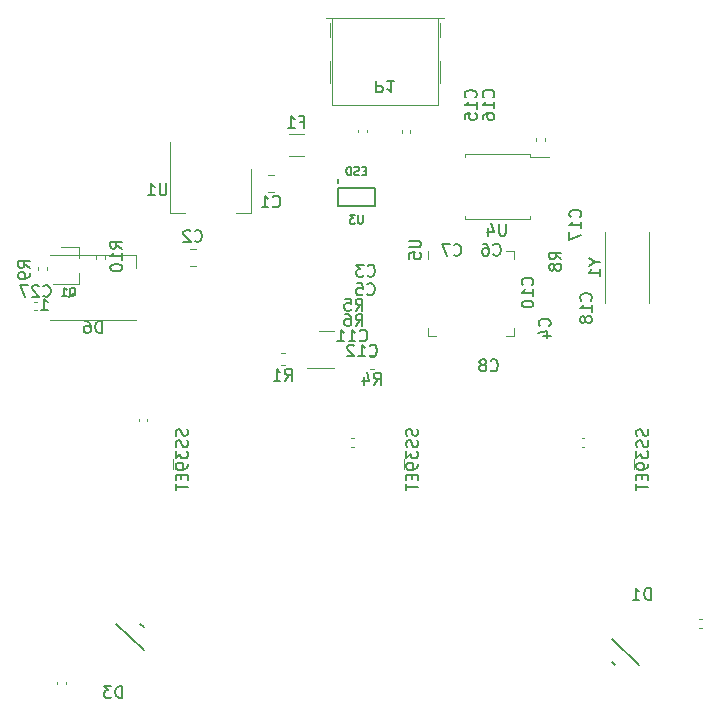
<source format=gbr>
G04 #@! TF.GenerationSoftware,KiCad,Pcbnew,(7.0.0-0)*
G04 #@! TF.CreationDate,2023-03-03T19:29:23-06:00*
G04 #@! TF.ProjectId,RP2040_minimal,52503230-3430-45f6-9d69-6e696d616c2e,REV1*
G04 #@! TF.SameCoordinates,Original*
G04 #@! TF.FileFunction,Legend,Bot*
G04 #@! TF.FilePolarity,Positive*
%FSLAX46Y46*%
G04 Gerber Fmt 4.6, Leading zero omitted, Abs format (unit mm)*
G04 Created by KiCad (PCBNEW (7.0.0-0)) date 2023-03-03 19:29:23*
%MOMM*%
%LPD*%
G01*
G04 APERTURE LIST*
%ADD10C,0.150000*%
%ADD11C,0.200000*%
%ADD12C,0.120000*%
%ADD13C,0.100000*%
G04 APERTURE END LIST*
D10*
X76008094Y-89297380D02*
X76008094Y-88297380D01*
X76008094Y-88297380D02*
X75769999Y-88297380D01*
X75769999Y-88297380D02*
X75627142Y-88345000D01*
X75627142Y-88345000D02*
X75531904Y-88440238D01*
X75531904Y-88440238D02*
X75484285Y-88535476D01*
X75484285Y-88535476D02*
X75436666Y-88725952D01*
X75436666Y-88725952D02*
X75436666Y-88868809D01*
X75436666Y-88868809D02*
X75484285Y-89059285D01*
X75484285Y-89059285D02*
X75531904Y-89154523D01*
X75531904Y-89154523D02*
X75627142Y-89249761D01*
X75627142Y-89249761D02*
X75769999Y-89297380D01*
X75769999Y-89297380D02*
X76008094Y-89297380D01*
X74579523Y-88297380D02*
X74769999Y-88297380D01*
X74769999Y-88297380D02*
X74865237Y-88345000D01*
X74865237Y-88345000D02*
X74912856Y-88392619D01*
X74912856Y-88392619D02*
X75008094Y-88535476D01*
X75008094Y-88535476D02*
X75055713Y-88725952D01*
X75055713Y-88725952D02*
X75055713Y-89106904D01*
X75055713Y-89106904D02*
X75008094Y-89202142D01*
X75008094Y-89202142D02*
X74960475Y-89249761D01*
X74960475Y-89249761D02*
X74865237Y-89297380D01*
X74865237Y-89297380D02*
X74674761Y-89297380D01*
X74674761Y-89297380D02*
X74579523Y-89249761D01*
X74579523Y-89249761D02*
X74531904Y-89202142D01*
X74531904Y-89202142D02*
X74484285Y-89106904D01*
X74484285Y-89106904D02*
X74484285Y-88868809D01*
X74484285Y-88868809D02*
X74531904Y-88773571D01*
X74531904Y-88773571D02*
X74579523Y-88725952D01*
X74579523Y-88725952D02*
X74674761Y-88678333D01*
X74674761Y-88678333D02*
X74865237Y-88678333D01*
X74865237Y-88678333D02*
X74960475Y-88725952D01*
X74960475Y-88725952D02*
X75008094Y-88773571D01*
X75008094Y-88773571D02*
X75055713Y-88868809D01*
X70834285Y-87397380D02*
X71405713Y-87397380D01*
X71119999Y-87397380D02*
X71119999Y-86397380D01*
X71119999Y-86397380D02*
X71215237Y-86540238D01*
X71215237Y-86540238D02*
X71310475Y-86635476D01*
X71310475Y-86635476D02*
X71405713Y-86683095D01*
X71042857Y-86152142D02*
X71090476Y-86199761D01*
X71090476Y-86199761D02*
X71233333Y-86247380D01*
X71233333Y-86247380D02*
X71328571Y-86247380D01*
X71328571Y-86247380D02*
X71471428Y-86199761D01*
X71471428Y-86199761D02*
X71566666Y-86104523D01*
X71566666Y-86104523D02*
X71614285Y-86009285D01*
X71614285Y-86009285D02*
X71661904Y-85818809D01*
X71661904Y-85818809D02*
X71661904Y-85675952D01*
X71661904Y-85675952D02*
X71614285Y-85485476D01*
X71614285Y-85485476D02*
X71566666Y-85390238D01*
X71566666Y-85390238D02*
X71471428Y-85295000D01*
X71471428Y-85295000D02*
X71328571Y-85247380D01*
X71328571Y-85247380D02*
X71233333Y-85247380D01*
X71233333Y-85247380D02*
X71090476Y-85295000D01*
X71090476Y-85295000D02*
X71042857Y-85342619D01*
X70661904Y-85342619D02*
X70614285Y-85295000D01*
X70614285Y-85295000D02*
X70519047Y-85247380D01*
X70519047Y-85247380D02*
X70280952Y-85247380D01*
X70280952Y-85247380D02*
X70185714Y-85295000D01*
X70185714Y-85295000D02*
X70138095Y-85342619D01*
X70138095Y-85342619D02*
X70090476Y-85437857D01*
X70090476Y-85437857D02*
X70090476Y-85533095D01*
X70090476Y-85533095D02*
X70138095Y-85675952D01*
X70138095Y-85675952D02*
X70709523Y-86247380D01*
X70709523Y-86247380D02*
X70090476Y-86247380D01*
X69757142Y-85247380D02*
X69090476Y-85247380D01*
X69090476Y-85247380D02*
X69519047Y-86247380D01*
X83866666Y-81512142D02*
X83914285Y-81559761D01*
X83914285Y-81559761D02*
X84057142Y-81607380D01*
X84057142Y-81607380D02*
X84152380Y-81607380D01*
X84152380Y-81607380D02*
X84295237Y-81559761D01*
X84295237Y-81559761D02*
X84390475Y-81464523D01*
X84390475Y-81464523D02*
X84438094Y-81369285D01*
X84438094Y-81369285D02*
X84485713Y-81178809D01*
X84485713Y-81178809D02*
X84485713Y-81035952D01*
X84485713Y-81035952D02*
X84438094Y-80845476D01*
X84438094Y-80845476D02*
X84390475Y-80750238D01*
X84390475Y-80750238D02*
X84295237Y-80655000D01*
X84295237Y-80655000D02*
X84152380Y-80607380D01*
X84152380Y-80607380D02*
X84057142Y-80607380D01*
X84057142Y-80607380D02*
X83914285Y-80655000D01*
X83914285Y-80655000D02*
X83866666Y-80702619D01*
X83485713Y-80702619D02*
X83438094Y-80655000D01*
X83438094Y-80655000D02*
X83342856Y-80607380D01*
X83342856Y-80607380D02*
X83104761Y-80607380D01*
X83104761Y-80607380D02*
X83009523Y-80655000D01*
X83009523Y-80655000D02*
X82961904Y-80702619D01*
X82961904Y-80702619D02*
X82914285Y-80797857D01*
X82914285Y-80797857D02*
X82914285Y-80893095D01*
X82914285Y-80893095D02*
X82961904Y-81035952D01*
X82961904Y-81035952D02*
X83533332Y-81607380D01*
X83533332Y-81607380D02*
X82914285Y-81607380D01*
X98670357Y-91196142D02*
X98717976Y-91243761D01*
X98717976Y-91243761D02*
X98860833Y-91291380D01*
X98860833Y-91291380D02*
X98956071Y-91291380D01*
X98956071Y-91291380D02*
X99098928Y-91243761D01*
X99098928Y-91243761D02*
X99194166Y-91148523D01*
X99194166Y-91148523D02*
X99241785Y-91053285D01*
X99241785Y-91053285D02*
X99289404Y-90862809D01*
X99289404Y-90862809D02*
X99289404Y-90719952D01*
X99289404Y-90719952D02*
X99241785Y-90529476D01*
X99241785Y-90529476D02*
X99194166Y-90434238D01*
X99194166Y-90434238D02*
X99098928Y-90339000D01*
X99098928Y-90339000D02*
X98956071Y-90291380D01*
X98956071Y-90291380D02*
X98860833Y-90291380D01*
X98860833Y-90291380D02*
X98717976Y-90339000D01*
X98717976Y-90339000D02*
X98670357Y-90386619D01*
X97717976Y-91291380D02*
X98289404Y-91291380D01*
X98003690Y-91291380D02*
X98003690Y-90291380D01*
X98003690Y-90291380D02*
X98098928Y-90434238D01*
X98098928Y-90434238D02*
X98194166Y-90529476D01*
X98194166Y-90529476D02*
X98289404Y-90577095D01*
X97337023Y-90386619D02*
X97289404Y-90339000D01*
X97289404Y-90339000D02*
X97194166Y-90291380D01*
X97194166Y-90291380D02*
X96956071Y-90291380D01*
X96956071Y-90291380D02*
X96860833Y-90339000D01*
X96860833Y-90339000D02*
X96813214Y-90386619D01*
X96813214Y-90386619D02*
X96765595Y-90481857D01*
X96765595Y-90481857D02*
X96765595Y-90577095D01*
X96765595Y-90577095D02*
X96813214Y-90719952D01*
X96813214Y-90719952D02*
X97384642Y-91291380D01*
X97384642Y-91291380D02*
X96765595Y-91291380D01*
X97850357Y-89932142D02*
X97897976Y-89979761D01*
X97897976Y-89979761D02*
X98040833Y-90027380D01*
X98040833Y-90027380D02*
X98136071Y-90027380D01*
X98136071Y-90027380D02*
X98278928Y-89979761D01*
X98278928Y-89979761D02*
X98374166Y-89884523D01*
X98374166Y-89884523D02*
X98421785Y-89789285D01*
X98421785Y-89789285D02*
X98469404Y-89598809D01*
X98469404Y-89598809D02*
X98469404Y-89455952D01*
X98469404Y-89455952D02*
X98421785Y-89265476D01*
X98421785Y-89265476D02*
X98374166Y-89170238D01*
X98374166Y-89170238D02*
X98278928Y-89075000D01*
X98278928Y-89075000D02*
X98136071Y-89027380D01*
X98136071Y-89027380D02*
X98040833Y-89027380D01*
X98040833Y-89027380D02*
X97897976Y-89075000D01*
X97897976Y-89075000D02*
X97850357Y-89122619D01*
X96897976Y-90027380D02*
X97469404Y-90027380D01*
X97183690Y-90027380D02*
X97183690Y-89027380D01*
X97183690Y-89027380D02*
X97278928Y-89170238D01*
X97278928Y-89170238D02*
X97374166Y-89265476D01*
X97374166Y-89265476D02*
X97469404Y-89313095D01*
X95945595Y-90027380D02*
X96517023Y-90027380D01*
X96231309Y-90027380D02*
X96231309Y-89027380D01*
X96231309Y-89027380D02*
X96326547Y-89170238D01*
X96326547Y-89170238D02*
X96421785Y-89265476D01*
X96421785Y-89265476D02*
X96517023Y-89313095D01*
X108929166Y-92459642D02*
X108976785Y-92507261D01*
X108976785Y-92507261D02*
X109119642Y-92554880D01*
X109119642Y-92554880D02*
X109214880Y-92554880D01*
X109214880Y-92554880D02*
X109357737Y-92507261D01*
X109357737Y-92507261D02*
X109452975Y-92412023D01*
X109452975Y-92412023D02*
X109500594Y-92316785D01*
X109500594Y-92316785D02*
X109548213Y-92126309D01*
X109548213Y-92126309D02*
X109548213Y-91983452D01*
X109548213Y-91983452D02*
X109500594Y-91792976D01*
X109500594Y-91792976D02*
X109452975Y-91697738D01*
X109452975Y-91697738D02*
X109357737Y-91602500D01*
X109357737Y-91602500D02*
X109214880Y-91554880D01*
X109214880Y-91554880D02*
X109119642Y-91554880D01*
X109119642Y-91554880D02*
X108976785Y-91602500D01*
X108976785Y-91602500D02*
X108929166Y-91650119D01*
X108357737Y-91983452D02*
X108452975Y-91935833D01*
X108452975Y-91935833D02*
X108500594Y-91888214D01*
X108500594Y-91888214D02*
X108548213Y-91792976D01*
X108548213Y-91792976D02*
X108548213Y-91745357D01*
X108548213Y-91745357D02*
X108500594Y-91650119D01*
X108500594Y-91650119D02*
X108452975Y-91602500D01*
X108452975Y-91602500D02*
X108357737Y-91554880D01*
X108357737Y-91554880D02*
X108167261Y-91554880D01*
X108167261Y-91554880D02*
X108072023Y-91602500D01*
X108072023Y-91602500D02*
X108024404Y-91650119D01*
X108024404Y-91650119D02*
X107976785Y-91745357D01*
X107976785Y-91745357D02*
X107976785Y-91792976D01*
X107976785Y-91792976D02*
X108024404Y-91888214D01*
X108024404Y-91888214D02*
X108072023Y-91935833D01*
X108072023Y-91935833D02*
X108167261Y-91983452D01*
X108167261Y-91983452D02*
X108357737Y-91983452D01*
X108357737Y-91983452D02*
X108452975Y-92031071D01*
X108452975Y-92031071D02*
X108500594Y-92078690D01*
X108500594Y-92078690D02*
X108548213Y-92173928D01*
X108548213Y-92173928D02*
X108548213Y-92364404D01*
X108548213Y-92364404D02*
X108500594Y-92459642D01*
X108500594Y-92459642D02*
X108452975Y-92507261D01*
X108452975Y-92507261D02*
X108357737Y-92554880D01*
X108357737Y-92554880D02*
X108167261Y-92554880D01*
X108167261Y-92554880D02*
X108072023Y-92507261D01*
X108072023Y-92507261D02*
X108024404Y-92459642D01*
X108024404Y-92459642D02*
X107976785Y-92364404D01*
X107976785Y-92364404D02*
X107976785Y-92173928D01*
X107976785Y-92173928D02*
X108024404Y-92078690D01*
X108024404Y-92078690D02*
X108072023Y-92031071D01*
X108072023Y-92031071D02*
X108167261Y-91983452D01*
X81471904Y-76647380D02*
X81471904Y-77456904D01*
X81471904Y-77456904D02*
X81424285Y-77552142D01*
X81424285Y-77552142D02*
X81376666Y-77599761D01*
X81376666Y-77599761D02*
X81281428Y-77647380D01*
X81281428Y-77647380D02*
X81090952Y-77647380D01*
X81090952Y-77647380D02*
X80995714Y-77599761D01*
X80995714Y-77599761D02*
X80948095Y-77552142D01*
X80948095Y-77552142D02*
X80900476Y-77456904D01*
X80900476Y-77456904D02*
X80900476Y-76647380D01*
X79900476Y-77647380D02*
X80471904Y-77647380D01*
X80186190Y-77647380D02*
X80186190Y-76647380D01*
X80186190Y-76647380D02*
X80281428Y-76790238D01*
X80281428Y-76790238D02*
X80376666Y-76885476D01*
X80376666Y-76885476D02*
X80471904Y-76933095D01*
X110214404Y-80059880D02*
X110214404Y-80869404D01*
X110214404Y-80869404D02*
X110166785Y-80964642D01*
X110166785Y-80964642D02*
X110119166Y-81012261D01*
X110119166Y-81012261D02*
X110023928Y-81059880D01*
X110023928Y-81059880D02*
X109833452Y-81059880D01*
X109833452Y-81059880D02*
X109738214Y-81012261D01*
X109738214Y-81012261D02*
X109690595Y-80964642D01*
X109690595Y-80964642D02*
X109642976Y-80869404D01*
X109642976Y-80869404D02*
X109642976Y-80059880D01*
X108738214Y-80393214D02*
X108738214Y-81059880D01*
X108976309Y-80012261D02*
X109214404Y-80726547D01*
X109214404Y-80726547D02*
X108595357Y-80726547D01*
X117411161Y-86565642D02*
X117458780Y-86518023D01*
X117458780Y-86518023D02*
X117506399Y-86375166D01*
X117506399Y-86375166D02*
X117506399Y-86279928D01*
X117506399Y-86279928D02*
X117458780Y-86137071D01*
X117458780Y-86137071D02*
X117363542Y-86041833D01*
X117363542Y-86041833D02*
X117268304Y-85994214D01*
X117268304Y-85994214D02*
X117077828Y-85946595D01*
X117077828Y-85946595D02*
X116934971Y-85946595D01*
X116934971Y-85946595D02*
X116744495Y-85994214D01*
X116744495Y-85994214D02*
X116649257Y-86041833D01*
X116649257Y-86041833D02*
X116554019Y-86137071D01*
X116554019Y-86137071D02*
X116506399Y-86279928D01*
X116506399Y-86279928D02*
X116506399Y-86375166D01*
X116506399Y-86375166D02*
X116554019Y-86518023D01*
X116554019Y-86518023D02*
X116601638Y-86565642D01*
X117506399Y-87518023D02*
X117506399Y-86946595D01*
X117506399Y-87232309D02*
X116506399Y-87232309D01*
X116506399Y-87232309D02*
X116649257Y-87137071D01*
X116649257Y-87137071D02*
X116744495Y-87041833D01*
X116744495Y-87041833D02*
X116792114Y-86946595D01*
X116934971Y-88089452D02*
X116887352Y-87994214D01*
X116887352Y-87994214D02*
X116839733Y-87946595D01*
X116839733Y-87946595D02*
X116744495Y-87898976D01*
X116744495Y-87898976D02*
X116696876Y-87898976D01*
X116696876Y-87898976D02*
X116601638Y-87946595D01*
X116601638Y-87946595D02*
X116554019Y-87994214D01*
X116554019Y-87994214D02*
X116506399Y-88089452D01*
X116506399Y-88089452D02*
X116506399Y-88279928D01*
X116506399Y-88279928D02*
X116554019Y-88375166D01*
X116554019Y-88375166D02*
X116601638Y-88422785D01*
X116601638Y-88422785D02*
X116696876Y-88470404D01*
X116696876Y-88470404D02*
X116744495Y-88470404D01*
X116744495Y-88470404D02*
X116839733Y-88422785D01*
X116839733Y-88422785D02*
X116887352Y-88375166D01*
X116887352Y-88375166D02*
X116934971Y-88279928D01*
X116934971Y-88279928D02*
X116934971Y-88089452D01*
X116934971Y-88089452D02*
X116982590Y-87994214D01*
X116982590Y-87994214D02*
X117030209Y-87946595D01*
X117030209Y-87946595D02*
X117125447Y-87898976D01*
X117125447Y-87898976D02*
X117315923Y-87898976D01*
X117315923Y-87898976D02*
X117411161Y-87946595D01*
X117411161Y-87946595D02*
X117458780Y-87994214D01*
X117458780Y-87994214D02*
X117506399Y-88089452D01*
X117506399Y-88089452D02*
X117506399Y-88279928D01*
X117506399Y-88279928D02*
X117458780Y-88375166D01*
X117458780Y-88375166D02*
X117411161Y-88422785D01*
X117411161Y-88422785D02*
X117315923Y-88470404D01*
X117315923Y-88470404D02*
X117125447Y-88470404D01*
X117125447Y-88470404D02*
X117030209Y-88422785D01*
X117030209Y-88422785D02*
X116982590Y-88375166D01*
X116982590Y-88375166D02*
X116934971Y-88279928D01*
X98489166Y-86009642D02*
X98536785Y-86057261D01*
X98536785Y-86057261D02*
X98679642Y-86104880D01*
X98679642Y-86104880D02*
X98774880Y-86104880D01*
X98774880Y-86104880D02*
X98917737Y-86057261D01*
X98917737Y-86057261D02*
X99012975Y-85962023D01*
X99012975Y-85962023D02*
X99060594Y-85866785D01*
X99060594Y-85866785D02*
X99108213Y-85676309D01*
X99108213Y-85676309D02*
X99108213Y-85533452D01*
X99108213Y-85533452D02*
X99060594Y-85342976D01*
X99060594Y-85342976D02*
X99012975Y-85247738D01*
X99012975Y-85247738D02*
X98917737Y-85152500D01*
X98917737Y-85152500D02*
X98774880Y-85104880D01*
X98774880Y-85104880D02*
X98679642Y-85104880D01*
X98679642Y-85104880D02*
X98536785Y-85152500D01*
X98536785Y-85152500D02*
X98489166Y-85200119D01*
X97584404Y-85104880D02*
X98060594Y-85104880D01*
X98060594Y-85104880D02*
X98108213Y-85581071D01*
X98108213Y-85581071D02*
X98060594Y-85533452D01*
X98060594Y-85533452D02*
X97965356Y-85485833D01*
X97965356Y-85485833D02*
X97727261Y-85485833D01*
X97727261Y-85485833D02*
X97632023Y-85533452D01*
X97632023Y-85533452D02*
X97584404Y-85581071D01*
X97584404Y-85581071D02*
X97536785Y-85676309D01*
X97536785Y-85676309D02*
X97536785Y-85914404D01*
X97536785Y-85914404D02*
X97584404Y-86009642D01*
X97584404Y-86009642D02*
X97632023Y-86057261D01*
X97632023Y-86057261D02*
X97727261Y-86104880D01*
X97727261Y-86104880D02*
X97965356Y-86104880D01*
X97965356Y-86104880D02*
X98060594Y-86057261D01*
X98060594Y-86057261D02*
X98108213Y-86009642D01*
X105806666Y-82692142D02*
X105854285Y-82739761D01*
X105854285Y-82739761D02*
X105997142Y-82787380D01*
X105997142Y-82787380D02*
X106092380Y-82787380D01*
X106092380Y-82787380D02*
X106235237Y-82739761D01*
X106235237Y-82739761D02*
X106330475Y-82644523D01*
X106330475Y-82644523D02*
X106378094Y-82549285D01*
X106378094Y-82549285D02*
X106425713Y-82358809D01*
X106425713Y-82358809D02*
X106425713Y-82215952D01*
X106425713Y-82215952D02*
X106378094Y-82025476D01*
X106378094Y-82025476D02*
X106330475Y-81930238D01*
X106330475Y-81930238D02*
X106235237Y-81835000D01*
X106235237Y-81835000D02*
X106092380Y-81787380D01*
X106092380Y-81787380D02*
X105997142Y-81787380D01*
X105997142Y-81787380D02*
X105854285Y-81835000D01*
X105854285Y-81835000D02*
X105806666Y-81882619D01*
X105473332Y-81787380D02*
X104806666Y-81787380D01*
X104806666Y-81787380D02*
X105235237Y-82787380D01*
X112444642Y-85240642D02*
X112492261Y-85193023D01*
X112492261Y-85193023D02*
X112539880Y-85050166D01*
X112539880Y-85050166D02*
X112539880Y-84954928D01*
X112539880Y-84954928D02*
X112492261Y-84812071D01*
X112492261Y-84812071D02*
X112397023Y-84716833D01*
X112397023Y-84716833D02*
X112301785Y-84669214D01*
X112301785Y-84669214D02*
X112111309Y-84621595D01*
X112111309Y-84621595D02*
X111968452Y-84621595D01*
X111968452Y-84621595D02*
X111777976Y-84669214D01*
X111777976Y-84669214D02*
X111682738Y-84716833D01*
X111682738Y-84716833D02*
X111587500Y-84812071D01*
X111587500Y-84812071D02*
X111539880Y-84954928D01*
X111539880Y-84954928D02*
X111539880Y-85050166D01*
X111539880Y-85050166D02*
X111587500Y-85193023D01*
X111587500Y-85193023D02*
X111635119Y-85240642D01*
X112539880Y-86193023D02*
X112539880Y-85621595D01*
X112539880Y-85907309D02*
X111539880Y-85907309D01*
X111539880Y-85907309D02*
X111682738Y-85812071D01*
X111682738Y-85812071D02*
X111777976Y-85716833D01*
X111777976Y-85716833D02*
X111825595Y-85621595D01*
X111539880Y-86812071D02*
X111539880Y-86907309D01*
X111539880Y-86907309D02*
X111587500Y-87002547D01*
X111587500Y-87002547D02*
X111635119Y-87050166D01*
X111635119Y-87050166D02*
X111730357Y-87097785D01*
X111730357Y-87097785D02*
X111920833Y-87145404D01*
X111920833Y-87145404D02*
X112158928Y-87145404D01*
X112158928Y-87145404D02*
X112349404Y-87097785D01*
X112349404Y-87097785D02*
X112444642Y-87050166D01*
X112444642Y-87050166D02*
X112492261Y-87002547D01*
X112492261Y-87002547D02*
X112539880Y-86907309D01*
X112539880Y-86907309D02*
X112539880Y-86812071D01*
X112539880Y-86812071D02*
X112492261Y-86716833D01*
X112492261Y-86716833D02*
X112444642Y-86669214D01*
X112444642Y-86669214D02*
X112349404Y-86621595D01*
X112349404Y-86621595D02*
X112158928Y-86573976D01*
X112158928Y-86573976D02*
X111920833Y-86573976D01*
X111920833Y-86573976D02*
X111730357Y-86621595D01*
X111730357Y-86621595D02*
X111635119Y-86669214D01*
X111635119Y-86669214D02*
X111587500Y-86716833D01*
X111587500Y-86716833D02*
X111539880Y-86812071D01*
X97488290Y-87412380D02*
X97821623Y-86936190D01*
X98059718Y-87412380D02*
X98059718Y-86412380D01*
X98059718Y-86412380D02*
X97678766Y-86412380D01*
X97678766Y-86412380D02*
X97583528Y-86460000D01*
X97583528Y-86460000D02*
X97535909Y-86507619D01*
X97535909Y-86507619D02*
X97488290Y-86602857D01*
X97488290Y-86602857D02*
X97488290Y-86745714D01*
X97488290Y-86745714D02*
X97535909Y-86840952D01*
X97535909Y-86840952D02*
X97583528Y-86888571D01*
X97583528Y-86888571D02*
X97678766Y-86936190D01*
X97678766Y-86936190D02*
X98059718Y-86936190D01*
X96583528Y-86412380D02*
X97059718Y-86412380D01*
X97059718Y-86412380D02*
X97107337Y-86888571D01*
X97107337Y-86888571D02*
X97059718Y-86840952D01*
X97059718Y-86840952D02*
X96964480Y-86793333D01*
X96964480Y-86793333D02*
X96726385Y-86793333D01*
X96726385Y-86793333D02*
X96631147Y-86840952D01*
X96631147Y-86840952D02*
X96583528Y-86888571D01*
X96583528Y-86888571D02*
X96535909Y-86983809D01*
X96535909Y-86983809D02*
X96535909Y-87221904D01*
X96535909Y-87221904D02*
X96583528Y-87317142D01*
X96583528Y-87317142D02*
X96631147Y-87364761D01*
X96631147Y-87364761D02*
X96726385Y-87412380D01*
X96726385Y-87412380D02*
X96964480Y-87412380D01*
X96964480Y-87412380D02*
X97059718Y-87364761D01*
X97059718Y-87364761D02*
X97107337Y-87317142D01*
X113904642Y-88723333D02*
X113952261Y-88675714D01*
X113952261Y-88675714D02*
X113999880Y-88532857D01*
X113999880Y-88532857D02*
X113999880Y-88437619D01*
X113999880Y-88437619D02*
X113952261Y-88294762D01*
X113952261Y-88294762D02*
X113857023Y-88199524D01*
X113857023Y-88199524D02*
X113761785Y-88151905D01*
X113761785Y-88151905D02*
X113571309Y-88104286D01*
X113571309Y-88104286D02*
X113428452Y-88104286D01*
X113428452Y-88104286D02*
X113237976Y-88151905D01*
X113237976Y-88151905D02*
X113142738Y-88199524D01*
X113142738Y-88199524D02*
X113047500Y-88294762D01*
X113047500Y-88294762D02*
X112999880Y-88437619D01*
X112999880Y-88437619D02*
X112999880Y-88532857D01*
X112999880Y-88532857D02*
X113047500Y-88675714D01*
X113047500Y-88675714D02*
X113095119Y-88723333D01*
X113333214Y-89580476D02*
X113999880Y-89580476D01*
X112952261Y-89342381D02*
X113666547Y-89104286D01*
X113666547Y-89104286D02*
X113666547Y-89723333D01*
X90486666Y-78592142D02*
X90534285Y-78639761D01*
X90534285Y-78639761D02*
X90677142Y-78687380D01*
X90677142Y-78687380D02*
X90772380Y-78687380D01*
X90772380Y-78687380D02*
X90915237Y-78639761D01*
X90915237Y-78639761D02*
X91010475Y-78544523D01*
X91010475Y-78544523D02*
X91058094Y-78449285D01*
X91058094Y-78449285D02*
X91105713Y-78258809D01*
X91105713Y-78258809D02*
X91105713Y-78115952D01*
X91105713Y-78115952D02*
X91058094Y-77925476D01*
X91058094Y-77925476D02*
X91010475Y-77830238D01*
X91010475Y-77830238D02*
X90915237Y-77735000D01*
X90915237Y-77735000D02*
X90772380Y-77687380D01*
X90772380Y-77687380D02*
X90677142Y-77687380D01*
X90677142Y-77687380D02*
X90534285Y-77735000D01*
X90534285Y-77735000D02*
X90486666Y-77782619D01*
X89534285Y-78687380D02*
X90105713Y-78687380D01*
X89819999Y-78687380D02*
X89819999Y-77687380D01*
X89819999Y-77687380D02*
X89915237Y-77830238D01*
X89915237Y-77830238D02*
X90010475Y-77925476D01*
X90010475Y-77925476D02*
X90105713Y-77973095D01*
X109156666Y-82662142D02*
X109204285Y-82709761D01*
X109204285Y-82709761D02*
X109347142Y-82757380D01*
X109347142Y-82757380D02*
X109442380Y-82757380D01*
X109442380Y-82757380D02*
X109585237Y-82709761D01*
X109585237Y-82709761D02*
X109680475Y-82614523D01*
X109680475Y-82614523D02*
X109728094Y-82519285D01*
X109728094Y-82519285D02*
X109775713Y-82328809D01*
X109775713Y-82328809D02*
X109775713Y-82185952D01*
X109775713Y-82185952D02*
X109728094Y-81995476D01*
X109728094Y-81995476D02*
X109680475Y-81900238D01*
X109680475Y-81900238D02*
X109585237Y-81805000D01*
X109585237Y-81805000D02*
X109442380Y-81757380D01*
X109442380Y-81757380D02*
X109347142Y-81757380D01*
X109347142Y-81757380D02*
X109204285Y-81805000D01*
X109204285Y-81805000D02*
X109156666Y-81852619D01*
X108299523Y-81757380D02*
X108489999Y-81757380D01*
X108489999Y-81757380D02*
X108585237Y-81805000D01*
X108585237Y-81805000D02*
X108632856Y-81852619D01*
X108632856Y-81852619D02*
X108728094Y-81995476D01*
X108728094Y-81995476D02*
X108775713Y-82185952D01*
X108775713Y-82185952D02*
X108775713Y-82566904D01*
X108775713Y-82566904D02*
X108728094Y-82662142D01*
X108728094Y-82662142D02*
X108680475Y-82709761D01*
X108680475Y-82709761D02*
X108585237Y-82757380D01*
X108585237Y-82757380D02*
X108394761Y-82757380D01*
X108394761Y-82757380D02*
X108299523Y-82709761D01*
X108299523Y-82709761D02*
X108251904Y-82662142D01*
X108251904Y-82662142D02*
X108204285Y-82566904D01*
X108204285Y-82566904D02*
X108204285Y-82328809D01*
X108204285Y-82328809D02*
X108251904Y-82233571D01*
X108251904Y-82233571D02*
X108299523Y-82185952D01*
X108299523Y-82185952D02*
X108394761Y-82138333D01*
X108394761Y-82138333D02*
X108585237Y-82138333D01*
X108585237Y-82138333D02*
X108680475Y-82185952D01*
X108680475Y-82185952D02*
X108728094Y-82233571D01*
X108728094Y-82233571D02*
X108775713Y-82328809D01*
X109152142Y-69352142D02*
X109199761Y-69304523D01*
X109199761Y-69304523D02*
X109247380Y-69161666D01*
X109247380Y-69161666D02*
X109247380Y-69066428D01*
X109247380Y-69066428D02*
X109199761Y-68923571D01*
X109199761Y-68923571D02*
X109104523Y-68828333D01*
X109104523Y-68828333D02*
X109009285Y-68780714D01*
X109009285Y-68780714D02*
X108818809Y-68733095D01*
X108818809Y-68733095D02*
X108675952Y-68733095D01*
X108675952Y-68733095D02*
X108485476Y-68780714D01*
X108485476Y-68780714D02*
X108390238Y-68828333D01*
X108390238Y-68828333D02*
X108295000Y-68923571D01*
X108295000Y-68923571D02*
X108247380Y-69066428D01*
X108247380Y-69066428D02*
X108247380Y-69161666D01*
X108247380Y-69161666D02*
X108295000Y-69304523D01*
X108295000Y-69304523D02*
X108342619Y-69352142D01*
X109247380Y-70304523D02*
X109247380Y-69733095D01*
X109247380Y-70018809D02*
X108247380Y-70018809D01*
X108247380Y-70018809D02*
X108390238Y-69923571D01*
X108390238Y-69923571D02*
X108485476Y-69828333D01*
X108485476Y-69828333D02*
X108533095Y-69733095D01*
X108247380Y-71161666D02*
X108247380Y-70971190D01*
X108247380Y-70971190D02*
X108295000Y-70875952D01*
X108295000Y-70875952D02*
X108342619Y-70828333D01*
X108342619Y-70828333D02*
X108485476Y-70733095D01*
X108485476Y-70733095D02*
X108675952Y-70685476D01*
X108675952Y-70685476D02*
X109056904Y-70685476D01*
X109056904Y-70685476D02*
X109152142Y-70733095D01*
X109152142Y-70733095D02*
X109199761Y-70780714D01*
X109199761Y-70780714D02*
X109247380Y-70875952D01*
X109247380Y-70875952D02*
X109247380Y-71066428D01*
X109247380Y-71066428D02*
X109199761Y-71161666D01*
X109199761Y-71161666D02*
X109152142Y-71209285D01*
X109152142Y-71209285D02*
X109056904Y-71256904D01*
X109056904Y-71256904D02*
X108818809Y-71256904D01*
X108818809Y-71256904D02*
X108723571Y-71209285D01*
X108723571Y-71209285D02*
X108675952Y-71161666D01*
X108675952Y-71161666D02*
X108628333Y-71066428D01*
X108628333Y-71066428D02*
X108628333Y-70875952D01*
X108628333Y-70875952D02*
X108675952Y-70780714D01*
X108675952Y-70780714D02*
X108723571Y-70733095D01*
X108723571Y-70733095D02*
X108818809Y-70685476D01*
X102014880Y-81495595D02*
X102824404Y-81495595D01*
X102824404Y-81495595D02*
X102919642Y-81543214D01*
X102919642Y-81543214D02*
X102967261Y-81590833D01*
X102967261Y-81590833D02*
X103014880Y-81686071D01*
X103014880Y-81686071D02*
X103014880Y-81876547D01*
X103014880Y-81876547D02*
X102967261Y-81971785D01*
X102967261Y-81971785D02*
X102919642Y-82019404D01*
X102919642Y-82019404D02*
X102824404Y-82067023D01*
X102824404Y-82067023D02*
X102014880Y-82067023D01*
X102014880Y-83019404D02*
X102014880Y-82543214D01*
X102014880Y-82543214D02*
X102491071Y-82495595D01*
X102491071Y-82495595D02*
X102443452Y-82543214D01*
X102443452Y-82543214D02*
X102395833Y-82638452D01*
X102395833Y-82638452D02*
X102395833Y-82876547D01*
X102395833Y-82876547D02*
X102443452Y-82971785D01*
X102443452Y-82971785D02*
X102491071Y-83019404D01*
X102491071Y-83019404D02*
X102586309Y-83067023D01*
X102586309Y-83067023D02*
X102824404Y-83067023D01*
X102824404Y-83067023D02*
X102919642Y-83019404D01*
X102919642Y-83019404D02*
X102967261Y-82971785D01*
X102967261Y-82971785D02*
X103014880Y-82876547D01*
X103014880Y-82876547D02*
X103014880Y-82638452D01*
X103014880Y-82638452D02*
X102967261Y-82543214D01*
X102967261Y-82543214D02*
X102919642Y-82495595D01*
X116497161Y-79495642D02*
X116544780Y-79448023D01*
X116544780Y-79448023D02*
X116592399Y-79305166D01*
X116592399Y-79305166D02*
X116592399Y-79209928D01*
X116592399Y-79209928D02*
X116544780Y-79067071D01*
X116544780Y-79067071D02*
X116449542Y-78971833D01*
X116449542Y-78971833D02*
X116354304Y-78924214D01*
X116354304Y-78924214D02*
X116163828Y-78876595D01*
X116163828Y-78876595D02*
X116020971Y-78876595D01*
X116020971Y-78876595D02*
X115830495Y-78924214D01*
X115830495Y-78924214D02*
X115735257Y-78971833D01*
X115735257Y-78971833D02*
X115640019Y-79067071D01*
X115640019Y-79067071D02*
X115592399Y-79209928D01*
X115592399Y-79209928D02*
X115592399Y-79305166D01*
X115592399Y-79305166D02*
X115640019Y-79448023D01*
X115640019Y-79448023D02*
X115687638Y-79495642D01*
X116592399Y-80448023D02*
X116592399Y-79876595D01*
X116592399Y-80162309D02*
X115592399Y-80162309D01*
X115592399Y-80162309D02*
X115735257Y-80067071D01*
X115735257Y-80067071D02*
X115830495Y-79971833D01*
X115830495Y-79971833D02*
X115878114Y-79876595D01*
X115592399Y-80781357D02*
X115592399Y-81448023D01*
X115592399Y-81448023D02*
X116592399Y-81019452D01*
X97488290Y-88712380D02*
X97821623Y-88236190D01*
X98059718Y-88712380D02*
X98059718Y-87712380D01*
X98059718Y-87712380D02*
X97678766Y-87712380D01*
X97678766Y-87712380D02*
X97583528Y-87760000D01*
X97583528Y-87760000D02*
X97535909Y-87807619D01*
X97535909Y-87807619D02*
X97488290Y-87902857D01*
X97488290Y-87902857D02*
X97488290Y-88045714D01*
X97488290Y-88045714D02*
X97535909Y-88140952D01*
X97535909Y-88140952D02*
X97583528Y-88188571D01*
X97583528Y-88188571D02*
X97678766Y-88236190D01*
X97678766Y-88236190D02*
X98059718Y-88236190D01*
X96631147Y-87712380D02*
X96821623Y-87712380D01*
X96821623Y-87712380D02*
X96916861Y-87760000D01*
X96916861Y-87760000D02*
X96964480Y-87807619D01*
X96964480Y-87807619D02*
X97059718Y-87950476D01*
X97059718Y-87950476D02*
X97107337Y-88140952D01*
X97107337Y-88140952D02*
X97107337Y-88521904D01*
X97107337Y-88521904D02*
X97059718Y-88617142D01*
X97059718Y-88617142D02*
X97012099Y-88664761D01*
X97012099Y-88664761D02*
X96916861Y-88712380D01*
X96916861Y-88712380D02*
X96726385Y-88712380D01*
X96726385Y-88712380D02*
X96631147Y-88664761D01*
X96631147Y-88664761D02*
X96583528Y-88617142D01*
X96583528Y-88617142D02*
X96535909Y-88521904D01*
X96535909Y-88521904D02*
X96535909Y-88283809D01*
X96535909Y-88283809D02*
X96583528Y-88188571D01*
X96583528Y-88188571D02*
X96631147Y-88140952D01*
X96631147Y-88140952D02*
X96726385Y-88093333D01*
X96726385Y-88093333D02*
X96916861Y-88093333D01*
X96916861Y-88093333D02*
X97012099Y-88140952D01*
X97012099Y-88140952D02*
X97059718Y-88188571D01*
X97059718Y-88188571D02*
X97107337Y-88283809D01*
X98499166Y-84439642D02*
X98546785Y-84487261D01*
X98546785Y-84487261D02*
X98689642Y-84534880D01*
X98689642Y-84534880D02*
X98784880Y-84534880D01*
X98784880Y-84534880D02*
X98927737Y-84487261D01*
X98927737Y-84487261D02*
X99022975Y-84392023D01*
X99022975Y-84392023D02*
X99070594Y-84296785D01*
X99070594Y-84296785D02*
X99118213Y-84106309D01*
X99118213Y-84106309D02*
X99118213Y-83963452D01*
X99118213Y-83963452D02*
X99070594Y-83772976D01*
X99070594Y-83772976D02*
X99022975Y-83677738D01*
X99022975Y-83677738D02*
X98927737Y-83582500D01*
X98927737Y-83582500D02*
X98784880Y-83534880D01*
X98784880Y-83534880D02*
X98689642Y-83534880D01*
X98689642Y-83534880D02*
X98546785Y-83582500D01*
X98546785Y-83582500D02*
X98499166Y-83630119D01*
X98165832Y-83534880D02*
X97546785Y-83534880D01*
X97546785Y-83534880D02*
X97880118Y-83915833D01*
X97880118Y-83915833D02*
X97737261Y-83915833D01*
X97737261Y-83915833D02*
X97642023Y-83963452D01*
X97642023Y-83963452D02*
X97594404Y-84011071D01*
X97594404Y-84011071D02*
X97546785Y-84106309D01*
X97546785Y-84106309D02*
X97546785Y-84344404D01*
X97546785Y-84344404D02*
X97594404Y-84439642D01*
X97594404Y-84439642D02*
X97642023Y-84487261D01*
X97642023Y-84487261D02*
X97737261Y-84534880D01*
X97737261Y-84534880D02*
X98022975Y-84534880D01*
X98022975Y-84534880D02*
X98118213Y-84487261D01*
X98118213Y-84487261D02*
X98165832Y-84439642D01*
X107632142Y-69372142D02*
X107679761Y-69324523D01*
X107679761Y-69324523D02*
X107727380Y-69181666D01*
X107727380Y-69181666D02*
X107727380Y-69086428D01*
X107727380Y-69086428D02*
X107679761Y-68943571D01*
X107679761Y-68943571D02*
X107584523Y-68848333D01*
X107584523Y-68848333D02*
X107489285Y-68800714D01*
X107489285Y-68800714D02*
X107298809Y-68753095D01*
X107298809Y-68753095D02*
X107155952Y-68753095D01*
X107155952Y-68753095D02*
X106965476Y-68800714D01*
X106965476Y-68800714D02*
X106870238Y-68848333D01*
X106870238Y-68848333D02*
X106775000Y-68943571D01*
X106775000Y-68943571D02*
X106727380Y-69086428D01*
X106727380Y-69086428D02*
X106727380Y-69181666D01*
X106727380Y-69181666D02*
X106775000Y-69324523D01*
X106775000Y-69324523D02*
X106822619Y-69372142D01*
X107727380Y-70324523D02*
X107727380Y-69753095D01*
X107727380Y-70038809D02*
X106727380Y-70038809D01*
X106727380Y-70038809D02*
X106870238Y-69943571D01*
X106870238Y-69943571D02*
X106965476Y-69848333D01*
X106965476Y-69848333D02*
X107013095Y-69753095D01*
X106727380Y-71229285D02*
X106727380Y-70753095D01*
X106727380Y-70753095D02*
X107203571Y-70705476D01*
X107203571Y-70705476D02*
X107155952Y-70753095D01*
X107155952Y-70753095D02*
X107108333Y-70848333D01*
X107108333Y-70848333D02*
X107108333Y-71086428D01*
X107108333Y-71086428D02*
X107155952Y-71181666D01*
X107155952Y-71181666D02*
X107203571Y-71229285D01*
X107203571Y-71229285D02*
X107298809Y-71276904D01*
X107298809Y-71276904D02*
X107536904Y-71276904D01*
X107536904Y-71276904D02*
X107632142Y-71229285D01*
X107632142Y-71229285D02*
X107679761Y-71181666D01*
X107679761Y-71181666D02*
X107727380Y-71086428D01*
X107727380Y-71086428D02*
X107727380Y-70848333D01*
X107727380Y-70848333D02*
X107679761Y-70753095D01*
X107679761Y-70753095D02*
X107632142Y-70705476D01*
X114892399Y-83071833D02*
X114416209Y-82738500D01*
X114892399Y-82500405D02*
X113892399Y-82500405D01*
X113892399Y-82500405D02*
X113892399Y-82881357D01*
X113892399Y-82881357D02*
X113940019Y-82976595D01*
X113940019Y-82976595D02*
X113987638Y-83024214D01*
X113987638Y-83024214D02*
X114082876Y-83071833D01*
X114082876Y-83071833D02*
X114225733Y-83071833D01*
X114225733Y-83071833D02*
X114320971Y-83024214D01*
X114320971Y-83024214D02*
X114368590Y-82976595D01*
X114368590Y-82976595D02*
X114416209Y-82881357D01*
X114416209Y-82881357D02*
X114416209Y-82500405D01*
X114320971Y-83643262D02*
X114273352Y-83548024D01*
X114273352Y-83548024D02*
X114225733Y-83500405D01*
X114225733Y-83500405D02*
X114130495Y-83452786D01*
X114130495Y-83452786D02*
X114082876Y-83452786D01*
X114082876Y-83452786D02*
X113987638Y-83500405D01*
X113987638Y-83500405D02*
X113940019Y-83548024D01*
X113940019Y-83548024D02*
X113892399Y-83643262D01*
X113892399Y-83643262D02*
X113892399Y-83833738D01*
X113892399Y-83833738D02*
X113940019Y-83928976D01*
X113940019Y-83928976D02*
X113987638Y-83976595D01*
X113987638Y-83976595D02*
X114082876Y-84024214D01*
X114082876Y-84024214D02*
X114130495Y-84024214D01*
X114130495Y-84024214D02*
X114225733Y-83976595D01*
X114225733Y-83976595D02*
X114273352Y-83928976D01*
X114273352Y-83928976D02*
X114320971Y-83833738D01*
X114320971Y-83833738D02*
X114320971Y-83643262D01*
X114320971Y-83643262D02*
X114368590Y-83548024D01*
X114368590Y-83548024D02*
X114416209Y-83500405D01*
X114416209Y-83500405D02*
X114511447Y-83452786D01*
X114511447Y-83452786D02*
X114701923Y-83452786D01*
X114701923Y-83452786D02*
X114797161Y-83500405D01*
X114797161Y-83500405D02*
X114844780Y-83548024D01*
X114844780Y-83548024D02*
X114892399Y-83643262D01*
X114892399Y-83643262D02*
X114892399Y-83833738D01*
X114892399Y-83833738D02*
X114844780Y-83928976D01*
X114844780Y-83928976D02*
X114797161Y-83976595D01*
X114797161Y-83976595D02*
X114701923Y-84024214D01*
X114701923Y-84024214D02*
X114511447Y-84024214D01*
X114511447Y-84024214D02*
X114416209Y-83976595D01*
X114416209Y-83976595D02*
X114368590Y-83928976D01*
X114368590Y-83928976D02*
X114320971Y-83833738D01*
X117732209Y-83303309D02*
X118208399Y-83303309D01*
X117208399Y-82969976D02*
X117732209Y-83303309D01*
X117732209Y-83303309D02*
X117208399Y-83636642D01*
X118208399Y-84493785D02*
X118208399Y-83922357D01*
X118208399Y-84208071D02*
X117208399Y-84208071D01*
X117208399Y-84208071D02*
X117351257Y-84112833D01*
X117351257Y-84112833D02*
X117446495Y-84017595D01*
X117446495Y-84017595D02*
X117494114Y-83922357D01*
D11*
X122473414Y-111897380D02*
X122473414Y-110897380D01*
X122473414Y-110897380D02*
X122235319Y-110897380D01*
X122235319Y-110897380D02*
X122092462Y-110945000D01*
X122092462Y-110945000D02*
X121997224Y-111040238D01*
X121997224Y-111040238D02*
X121949605Y-111135476D01*
X121949605Y-111135476D02*
X121901986Y-111325952D01*
X121901986Y-111325952D02*
X121901986Y-111468809D01*
X121901986Y-111468809D02*
X121949605Y-111659285D01*
X121949605Y-111659285D02*
X121997224Y-111754523D01*
X121997224Y-111754523D02*
X122092462Y-111849761D01*
X122092462Y-111849761D02*
X122235319Y-111897380D01*
X122235319Y-111897380D02*
X122473414Y-111897380D01*
X120949605Y-111897380D02*
X121521033Y-111897380D01*
X121235319Y-111897380D02*
X121235319Y-110897380D01*
X121235319Y-110897380D02*
X121330557Y-111040238D01*
X121330557Y-111040238D02*
X121425795Y-111135476D01*
X121425795Y-111135476D02*
X121521033Y-111183095D01*
D10*
X99034166Y-93678380D02*
X99367499Y-93202190D01*
X99605594Y-93678380D02*
X99605594Y-92678380D01*
X99605594Y-92678380D02*
X99224642Y-92678380D01*
X99224642Y-92678380D02*
X99129404Y-92726000D01*
X99129404Y-92726000D02*
X99081785Y-92773619D01*
X99081785Y-92773619D02*
X99034166Y-92868857D01*
X99034166Y-92868857D02*
X99034166Y-93011714D01*
X99034166Y-93011714D02*
X99081785Y-93106952D01*
X99081785Y-93106952D02*
X99129404Y-93154571D01*
X99129404Y-93154571D02*
X99224642Y-93202190D01*
X99224642Y-93202190D02*
X99605594Y-93202190D01*
X98177023Y-93011714D02*
X98177023Y-93678380D01*
X98415118Y-92630761D02*
X98653213Y-93345047D01*
X98653213Y-93345047D02*
X98034166Y-93345047D01*
X122219761Y-97452381D02*
X122267380Y-97595238D01*
X122267380Y-97595238D02*
X122267380Y-97833333D01*
X122267380Y-97833333D02*
X122219761Y-97928571D01*
X122219761Y-97928571D02*
X122172142Y-97976190D01*
X122172142Y-97976190D02*
X122076904Y-98023809D01*
X122076904Y-98023809D02*
X121981666Y-98023809D01*
X121981666Y-98023809D02*
X121886428Y-97976190D01*
X121886428Y-97976190D02*
X121838809Y-97928571D01*
X121838809Y-97928571D02*
X121791190Y-97833333D01*
X121791190Y-97833333D02*
X121743571Y-97642857D01*
X121743571Y-97642857D02*
X121695952Y-97547619D01*
X121695952Y-97547619D02*
X121648333Y-97500000D01*
X121648333Y-97500000D02*
X121553095Y-97452381D01*
X121553095Y-97452381D02*
X121457857Y-97452381D01*
X121457857Y-97452381D02*
X121362619Y-97500000D01*
X121362619Y-97500000D02*
X121315000Y-97547619D01*
X121315000Y-97547619D02*
X121267380Y-97642857D01*
X121267380Y-97642857D02*
X121267380Y-97880952D01*
X121267380Y-97880952D02*
X121315000Y-98023809D01*
X122219761Y-98404762D02*
X122267380Y-98547619D01*
X122267380Y-98547619D02*
X122267380Y-98785714D01*
X122267380Y-98785714D02*
X122219761Y-98880952D01*
X122219761Y-98880952D02*
X122172142Y-98928571D01*
X122172142Y-98928571D02*
X122076904Y-98976190D01*
X122076904Y-98976190D02*
X121981666Y-98976190D01*
X121981666Y-98976190D02*
X121886428Y-98928571D01*
X121886428Y-98928571D02*
X121838809Y-98880952D01*
X121838809Y-98880952D02*
X121791190Y-98785714D01*
X121791190Y-98785714D02*
X121743571Y-98595238D01*
X121743571Y-98595238D02*
X121695952Y-98500000D01*
X121695952Y-98500000D02*
X121648333Y-98452381D01*
X121648333Y-98452381D02*
X121553095Y-98404762D01*
X121553095Y-98404762D02*
X121457857Y-98404762D01*
X121457857Y-98404762D02*
X121362619Y-98452381D01*
X121362619Y-98452381D02*
X121315000Y-98500000D01*
X121315000Y-98500000D02*
X121267380Y-98595238D01*
X121267380Y-98595238D02*
X121267380Y-98833333D01*
X121267380Y-98833333D02*
X121315000Y-98976190D01*
X121267380Y-99309524D02*
X121267380Y-99928571D01*
X121267380Y-99928571D02*
X121648333Y-99595238D01*
X121648333Y-99595238D02*
X121648333Y-99738095D01*
X121648333Y-99738095D02*
X121695952Y-99833333D01*
X121695952Y-99833333D02*
X121743571Y-99880952D01*
X121743571Y-99880952D02*
X121838809Y-99928571D01*
X121838809Y-99928571D02*
X122076904Y-99928571D01*
X122076904Y-99928571D02*
X122172142Y-99880952D01*
X122172142Y-99880952D02*
X122219761Y-99833333D01*
X122219761Y-99833333D02*
X122267380Y-99738095D01*
X122267380Y-99738095D02*
X122267380Y-99452381D01*
X122267380Y-99452381D02*
X122219761Y-99357143D01*
X122219761Y-99357143D02*
X122172142Y-99309524D01*
X122267380Y-100404762D02*
X122267380Y-100595238D01*
X122267380Y-100595238D02*
X122219761Y-100690476D01*
X122219761Y-100690476D02*
X122172142Y-100738095D01*
X122172142Y-100738095D02*
X122029285Y-100833333D01*
X122029285Y-100833333D02*
X121838809Y-100880952D01*
X121838809Y-100880952D02*
X121457857Y-100880952D01*
X121457857Y-100880952D02*
X121362619Y-100833333D01*
X121362619Y-100833333D02*
X121315000Y-100785714D01*
X121315000Y-100785714D02*
X121267380Y-100690476D01*
X121267380Y-100690476D02*
X121267380Y-100500000D01*
X121267380Y-100500000D02*
X121315000Y-100404762D01*
X121315000Y-100404762D02*
X121362619Y-100357143D01*
X121362619Y-100357143D02*
X121457857Y-100309524D01*
X121457857Y-100309524D02*
X121695952Y-100309524D01*
X121695952Y-100309524D02*
X121791190Y-100357143D01*
X121791190Y-100357143D02*
X121838809Y-100404762D01*
X121838809Y-100404762D02*
X121886428Y-100500000D01*
X121886428Y-100500000D02*
X121886428Y-100690476D01*
X121886428Y-100690476D02*
X121838809Y-100785714D01*
X121838809Y-100785714D02*
X121791190Y-100833333D01*
X121791190Y-100833333D02*
X121695952Y-100880952D01*
X121743571Y-101309524D02*
X121743571Y-101642857D01*
X122267380Y-101785714D02*
X122267380Y-101309524D01*
X122267380Y-101309524D02*
X121267380Y-101309524D01*
X121267380Y-101309524D02*
X121267380Y-101785714D01*
X121267380Y-102071429D02*
X121267380Y-102642857D01*
X122267380Y-102357143D02*
X121267380Y-102357143D01*
X73246666Y-86228833D02*
X73313333Y-86195500D01*
X73313333Y-86195500D02*
X73380000Y-86128833D01*
X73380000Y-86128833D02*
X73480000Y-86028833D01*
X73480000Y-86028833D02*
X73546666Y-85995500D01*
X73546666Y-85995500D02*
X73613333Y-85995500D01*
X73580000Y-86162166D02*
X73646666Y-86128833D01*
X73646666Y-86128833D02*
X73713333Y-86062166D01*
X73713333Y-86062166D02*
X73746666Y-85928833D01*
X73746666Y-85928833D02*
X73746666Y-85695500D01*
X73746666Y-85695500D02*
X73713333Y-85562166D01*
X73713333Y-85562166D02*
X73646666Y-85495500D01*
X73646666Y-85495500D02*
X73580000Y-85462166D01*
X73580000Y-85462166D02*
X73446666Y-85462166D01*
X73446666Y-85462166D02*
X73380000Y-85495500D01*
X73380000Y-85495500D02*
X73313333Y-85562166D01*
X73313333Y-85562166D02*
X73280000Y-85695500D01*
X73280000Y-85695500D02*
X73280000Y-85928833D01*
X73280000Y-85928833D02*
X73313333Y-86062166D01*
X73313333Y-86062166D02*
X73380000Y-86128833D01*
X73380000Y-86128833D02*
X73446666Y-86162166D01*
X73446666Y-86162166D02*
X73580000Y-86162166D01*
X72613333Y-86162166D02*
X73013333Y-86162166D01*
X72813333Y-86162166D02*
X72813333Y-85462166D01*
X72813333Y-85462166D02*
X72880000Y-85562166D01*
X72880000Y-85562166D02*
X72946667Y-85628833D01*
X72946667Y-85628833D02*
X73013333Y-85662166D01*
X99231905Y-67942619D02*
X99231905Y-68942619D01*
X99231905Y-68942619D02*
X99612857Y-68942619D01*
X99612857Y-68942619D02*
X99708095Y-68895000D01*
X99708095Y-68895000D02*
X99755714Y-68847380D01*
X99755714Y-68847380D02*
X99803333Y-68752142D01*
X99803333Y-68752142D02*
X99803333Y-68609285D01*
X99803333Y-68609285D02*
X99755714Y-68514047D01*
X99755714Y-68514047D02*
X99708095Y-68466428D01*
X99708095Y-68466428D02*
X99612857Y-68418809D01*
X99612857Y-68418809D02*
X99231905Y-68418809D01*
X100755714Y-67942619D02*
X100184286Y-67942619D01*
X100470000Y-67942619D02*
X100470000Y-68942619D01*
X100470000Y-68942619D02*
X100374762Y-68799761D01*
X100374762Y-68799761D02*
X100279524Y-68704523D01*
X100279524Y-68704523D02*
X100184286Y-68656904D01*
X91504166Y-93338380D02*
X91837499Y-92862190D01*
X92075594Y-93338380D02*
X92075594Y-92338380D01*
X92075594Y-92338380D02*
X91694642Y-92338380D01*
X91694642Y-92338380D02*
X91599404Y-92386000D01*
X91599404Y-92386000D02*
X91551785Y-92433619D01*
X91551785Y-92433619D02*
X91504166Y-92528857D01*
X91504166Y-92528857D02*
X91504166Y-92671714D01*
X91504166Y-92671714D02*
X91551785Y-92766952D01*
X91551785Y-92766952D02*
X91599404Y-92814571D01*
X91599404Y-92814571D02*
X91694642Y-92862190D01*
X91694642Y-92862190D02*
X92075594Y-92862190D01*
X90551785Y-93338380D02*
X91123213Y-93338380D01*
X90837499Y-93338380D02*
X90837499Y-92338380D01*
X90837499Y-92338380D02*
X90932737Y-92481238D01*
X90932737Y-92481238D02*
X91027975Y-92576476D01*
X91027975Y-92576476D02*
X91123213Y-92624095D01*
X98093333Y-79352166D02*
X98093333Y-79918833D01*
X98093333Y-79918833D02*
X98060000Y-79985500D01*
X98060000Y-79985500D02*
X98026666Y-80018833D01*
X98026666Y-80018833D02*
X97960000Y-80052166D01*
X97960000Y-80052166D02*
X97826666Y-80052166D01*
X97826666Y-80052166D02*
X97760000Y-80018833D01*
X97760000Y-80018833D02*
X97726666Y-79985500D01*
X97726666Y-79985500D02*
X97693333Y-79918833D01*
X97693333Y-79918833D02*
X97693333Y-79352166D01*
X97426667Y-79352166D02*
X96993333Y-79352166D01*
X96993333Y-79352166D02*
X97226667Y-79618833D01*
X97226667Y-79618833D02*
X97126667Y-79618833D01*
X97126667Y-79618833D02*
X97060000Y-79652166D01*
X97060000Y-79652166D02*
X97026667Y-79685500D01*
X97026667Y-79685500D02*
X96993333Y-79752166D01*
X96993333Y-79752166D02*
X96993333Y-79918833D01*
X96993333Y-79918833D02*
X97026667Y-79985500D01*
X97026667Y-79985500D02*
X97060000Y-80018833D01*
X97060000Y-80018833D02*
X97126667Y-80052166D01*
X97126667Y-80052166D02*
X97326667Y-80052166D01*
X97326667Y-80052166D02*
X97393333Y-80018833D01*
X97393333Y-80018833D02*
X97426667Y-79985500D01*
X98393333Y-75585500D02*
X98160000Y-75585500D01*
X98060000Y-75952166D02*
X98393333Y-75952166D01*
X98393333Y-75952166D02*
X98393333Y-75252166D01*
X98393333Y-75252166D02*
X98060000Y-75252166D01*
X97793333Y-75918833D02*
X97693333Y-75952166D01*
X97693333Y-75952166D02*
X97526667Y-75952166D01*
X97526667Y-75952166D02*
X97460000Y-75918833D01*
X97460000Y-75918833D02*
X97426667Y-75885500D01*
X97426667Y-75885500D02*
X97393333Y-75818833D01*
X97393333Y-75818833D02*
X97393333Y-75752166D01*
X97393333Y-75752166D02*
X97426667Y-75685500D01*
X97426667Y-75685500D02*
X97460000Y-75652166D01*
X97460000Y-75652166D02*
X97526667Y-75618833D01*
X97526667Y-75618833D02*
X97660000Y-75585500D01*
X97660000Y-75585500D02*
X97726667Y-75552166D01*
X97726667Y-75552166D02*
X97760000Y-75518833D01*
X97760000Y-75518833D02*
X97793333Y-75452166D01*
X97793333Y-75452166D02*
X97793333Y-75385500D01*
X97793333Y-75385500D02*
X97760000Y-75318833D01*
X97760000Y-75318833D02*
X97726667Y-75285500D01*
X97726667Y-75285500D02*
X97660000Y-75252166D01*
X97660000Y-75252166D02*
X97493333Y-75252166D01*
X97493333Y-75252166D02*
X97393333Y-75285500D01*
X97093333Y-75952166D02*
X97093333Y-75252166D01*
X97093333Y-75252166D02*
X96926666Y-75252166D01*
X96926666Y-75252166D02*
X96826666Y-75285500D01*
X96826666Y-75285500D02*
X96760000Y-75352166D01*
X96760000Y-75352166D02*
X96726666Y-75418833D01*
X96726666Y-75418833D02*
X96693333Y-75552166D01*
X96693333Y-75552166D02*
X96693333Y-75652166D01*
X96693333Y-75652166D02*
X96726666Y-75785500D01*
X96726666Y-75785500D02*
X96760000Y-75852166D01*
X96760000Y-75852166D02*
X96826666Y-75918833D01*
X96826666Y-75918833D02*
X96926666Y-75952166D01*
X96926666Y-75952166D02*
X97093333Y-75952166D01*
X102719761Y-97452381D02*
X102767380Y-97595238D01*
X102767380Y-97595238D02*
X102767380Y-97833333D01*
X102767380Y-97833333D02*
X102719761Y-97928571D01*
X102719761Y-97928571D02*
X102672142Y-97976190D01*
X102672142Y-97976190D02*
X102576904Y-98023809D01*
X102576904Y-98023809D02*
X102481666Y-98023809D01*
X102481666Y-98023809D02*
X102386428Y-97976190D01*
X102386428Y-97976190D02*
X102338809Y-97928571D01*
X102338809Y-97928571D02*
X102291190Y-97833333D01*
X102291190Y-97833333D02*
X102243571Y-97642857D01*
X102243571Y-97642857D02*
X102195952Y-97547619D01*
X102195952Y-97547619D02*
X102148333Y-97500000D01*
X102148333Y-97500000D02*
X102053095Y-97452381D01*
X102053095Y-97452381D02*
X101957857Y-97452381D01*
X101957857Y-97452381D02*
X101862619Y-97500000D01*
X101862619Y-97500000D02*
X101815000Y-97547619D01*
X101815000Y-97547619D02*
X101767380Y-97642857D01*
X101767380Y-97642857D02*
X101767380Y-97880952D01*
X101767380Y-97880952D02*
X101815000Y-98023809D01*
X102719761Y-98404762D02*
X102767380Y-98547619D01*
X102767380Y-98547619D02*
X102767380Y-98785714D01*
X102767380Y-98785714D02*
X102719761Y-98880952D01*
X102719761Y-98880952D02*
X102672142Y-98928571D01*
X102672142Y-98928571D02*
X102576904Y-98976190D01*
X102576904Y-98976190D02*
X102481666Y-98976190D01*
X102481666Y-98976190D02*
X102386428Y-98928571D01*
X102386428Y-98928571D02*
X102338809Y-98880952D01*
X102338809Y-98880952D02*
X102291190Y-98785714D01*
X102291190Y-98785714D02*
X102243571Y-98595238D01*
X102243571Y-98595238D02*
X102195952Y-98500000D01*
X102195952Y-98500000D02*
X102148333Y-98452381D01*
X102148333Y-98452381D02*
X102053095Y-98404762D01*
X102053095Y-98404762D02*
X101957857Y-98404762D01*
X101957857Y-98404762D02*
X101862619Y-98452381D01*
X101862619Y-98452381D02*
X101815000Y-98500000D01*
X101815000Y-98500000D02*
X101767380Y-98595238D01*
X101767380Y-98595238D02*
X101767380Y-98833333D01*
X101767380Y-98833333D02*
X101815000Y-98976190D01*
X101767380Y-99309524D02*
X101767380Y-99928571D01*
X101767380Y-99928571D02*
X102148333Y-99595238D01*
X102148333Y-99595238D02*
X102148333Y-99738095D01*
X102148333Y-99738095D02*
X102195952Y-99833333D01*
X102195952Y-99833333D02*
X102243571Y-99880952D01*
X102243571Y-99880952D02*
X102338809Y-99928571D01*
X102338809Y-99928571D02*
X102576904Y-99928571D01*
X102576904Y-99928571D02*
X102672142Y-99880952D01*
X102672142Y-99880952D02*
X102719761Y-99833333D01*
X102719761Y-99833333D02*
X102767380Y-99738095D01*
X102767380Y-99738095D02*
X102767380Y-99452381D01*
X102767380Y-99452381D02*
X102719761Y-99357143D01*
X102719761Y-99357143D02*
X102672142Y-99309524D01*
X102767380Y-100404762D02*
X102767380Y-100595238D01*
X102767380Y-100595238D02*
X102719761Y-100690476D01*
X102719761Y-100690476D02*
X102672142Y-100738095D01*
X102672142Y-100738095D02*
X102529285Y-100833333D01*
X102529285Y-100833333D02*
X102338809Y-100880952D01*
X102338809Y-100880952D02*
X101957857Y-100880952D01*
X101957857Y-100880952D02*
X101862619Y-100833333D01*
X101862619Y-100833333D02*
X101815000Y-100785714D01*
X101815000Y-100785714D02*
X101767380Y-100690476D01*
X101767380Y-100690476D02*
X101767380Y-100500000D01*
X101767380Y-100500000D02*
X101815000Y-100404762D01*
X101815000Y-100404762D02*
X101862619Y-100357143D01*
X101862619Y-100357143D02*
X101957857Y-100309524D01*
X101957857Y-100309524D02*
X102195952Y-100309524D01*
X102195952Y-100309524D02*
X102291190Y-100357143D01*
X102291190Y-100357143D02*
X102338809Y-100404762D01*
X102338809Y-100404762D02*
X102386428Y-100500000D01*
X102386428Y-100500000D02*
X102386428Y-100690476D01*
X102386428Y-100690476D02*
X102338809Y-100785714D01*
X102338809Y-100785714D02*
X102291190Y-100833333D01*
X102291190Y-100833333D02*
X102195952Y-100880952D01*
X102243571Y-101309524D02*
X102243571Y-101642857D01*
X102767380Y-101785714D02*
X102767380Y-101309524D01*
X102767380Y-101309524D02*
X101767380Y-101309524D01*
X101767380Y-101309524D02*
X101767380Y-101785714D01*
X101767380Y-102071429D02*
X101767380Y-102642857D01*
X102767380Y-102357143D02*
X101767380Y-102357143D01*
X77717380Y-82167142D02*
X77241190Y-81833809D01*
X77717380Y-81595714D02*
X76717380Y-81595714D01*
X76717380Y-81595714D02*
X76717380Y-81976666D01*
X76717380Y-81976666D02*
X76765000Y-82071904D01*
X76765000Y-82071904D02*
X76812619Y-82119523D01*
X76812619Y-82119523D02*
X76907857Y-82167142D01*
X76907857Y-82167142D02*
X77050714Y-82167142D01*
X77050714Y-82167142D02*
X77145952Y-82119523D01*
X77145952Y-82119523D02*
X77193571Y-82071904D01*
X77193571Y-82071904D02*
X77241190Y-81976666D01*
X77241190Y-81976666D02*
X77241190Y-81595714D01*
X77717380Y-83119523D02*
X77717380Y-82548095D01*
X77717380Y-82833809D02*
X76717380Y-82833809D01*
X76717380Y-82833809D02*
X76860238Y-82738571D01*
X76860238Y-82738571D02*
X76955476Y-82643333D01*
X76955476Y-82643333D02*
X77003095Y-82548095D01*
X76717380Y-83738571D02*
X76717380Y-83833809D01*
X76717380Y-83833809D02*
X76765000Y-83929047D01*
X76765000Y-83929047D02*
X76812619Y-83976666D01*
X76812619Y-83976666D02*
X76907857Y-84024285D01*
X76907857Y-84024285D02*
X77098333Y-84071904D01*
X77098333Y-84071904D02*
X77336428Y-84071904D01*
X77336428Y-84071904D02*
X77526904Y-84024285D01*
X77526904Y-84024285D02*
X77622142Y-83976666D01*
X77622142Y-83976666D02*
X77669761Y-83929047D01*
X77669761Y-83929047D02*
X77717380Y-83833809D01*
X77717380Y-83833809D02*
X77717380Y-83738571D01*
X77717380Y-83738571D02*
X77669761Y-83643333D01*
X77669761Y-83643333D02*
X77622142Y-83595714D01*
X77622142Y-83595714D02*
X77526904Y-83548095D01*
X77526904Y-83548095D02*
X77336428Y-83500476D01*
X77336428Y-83500476D02*
X77098333Y-83500476D01*
X77098333Y-83500476D02*
X76907857Y-83548095D01*
X76907857Y-83548095D02*
X76812619Y-83595714D01*
X76812619Y-83595714D02*
X76765000Y-83643333D01*
X76765000Y-83643333D02*
X76717380Y-83738571D01*
X83219761Y-97452381D02*
X83267380Y-97595238D01*
X83267380Y-97595238D02*
X83267380Y-97833333D01*
X83267380Y-97833333D02*
X83219761Y-97928571D01*
X83219761Y-97928571D02*
X83172142Y-97976190D01*
X83172142Y-97976190D02*
X83076904Y-98023809D01*
X83076904Y-98023809D02*
X82981666Y-98023809D01*
X82981666Y-98023809D02*
X82886428Y-97976190D01*
X82886428Y-97976190D02*
X82838809Y-97928571D01*
X82838809Y-97928571D02*
X82791190Y-97833333D01*
X82791190Y-97833333D02*
X82743571Y-97642857D01*
X82743571Y-97642857D02*
X82695952Y-97547619D01*
X82695952Y-97547619D02*
X82648333Y-97500000D01*
X82648333Y-97500000D02*
X82553095Y-97452381D01*
X82553095Y-97452381D02*
X82457857Y-97452381D01*
X82457857Y-97452381D02*
X82362619Y-97500000D01*
X82362619Y-97500000D02*
X82315000Y-97547619D01*
X82315000Y-97547619D02*
X82267380Y-97642857D01*
X82267380Y-97642857D02*
X82267380Y-97880952D01*
X82267380Y-97880952D02*
X82315000Y-98023809D01*
X83219761Y-98404762D02*
X83267380Y-98547619D01*
X83267380Y-98547619D02*
X83267380Y-98785714D01*
X83267380Y-98785714D02*
X83219761Y-98880952D01*
X83219761Y-98880952D02*
X83172142Y-98928571D01*
X83172142Y-98928571D02*
X83076904Y-98976190D01*
X83076904Y-98976190D02*
X82981666Y-98976190D01*
X82981666Y-98976190D02*
X82886428Y-98928571D01*
X82886428Y-98928571D02*
X82838809Y-98880952D01*
X82838809Y-98880952D02*
X82791190Y-98785714D01*
X82791190Y-98785714D02*
X82743571Y-98595238D01*
X82743571Y-98595238D02*
X82695952Y-98500000D01*
X82695952Y-98500000D02*
X82648333Y-98452381D01*
X82648333Y-98452381D02*
X82553095Y-98404762D01*
X82553095Y-98404762D02*
X82457857Y-98404762D01*
X82457857Y-98404762D02*
X82362619Y-98452381D01*
X82362619Y-98452381D02*
X82315000Y-98500000D01*
X82315000Y-98500000D02*
X82267380Y-98595238D01*
X82267380Y-98595238D02*
X82267380Y-98833333D01*
X82267380Y-98833333D02*
X82315000Y-98976190D01*
X82267380Y-99309524D02*
X82267380Y-99928571D01*
X82267380Y-99928571D02*
X82648333Y-99595238D01*
X82648333Y-99595238D02*
X82648333Y-99738095D01*
X82648333Y-99738095D02*
X82695952Y-99833333D01*
X82695952Y-99833333D02*
X82743571Y-99880952D01*
X82743571Y-99880952D02*
X82838809Y-99928571D01*
X82838809Y-99928571D02*
X83076904Y-99928571D01*
X83076904Y-99928571D02*
X83172142Y-99880952D01*
X83172142Y-99880952D02*
X83219761Y-99833333D01*
X83219761Y-99833333D02*
X83267380Y-99738095D01*
X83267380Y-99738095D02*
X83267380Y-99452381D01*
X83267380Y-99452381D02*
X83219761Y-99357143D01*
X83219761Y-99357143D02*
X83172142Y-99309524D01*
X83267380Y-100404762D02*
X83267380Y-100595238D01*
X83267380Y-100595238D02*
X83219761Y-100690476D01*
X83219761Y-100690476D02*
X83172142Y-100738095D01*
X83172142Y-100738095D02*
X83029285Y-100833333D01*
X83029285Y-100833333D02*
X82838809Y-100880952D01*
X82838809Y-100880952D02*
X82457857Y-100880952D01*
X82457857Y-100880952D02*
X82362619Y-100833333D01*
X82362619Y-100833333D02*
X82315000Y-100785714D01*
X82315000Y-100785714D02*
X82267380Y-100690476D01*
X82267380Y-100690476D02*
X82267380Y-100500000D01*
X82267380Y-100500000D02*
X82315000Y-100404762D01*
X82315000Y-100404762D02*
X82362619Y-100357143D01*
X82362619Y-100357143D02*
X82457857Y-100309524D01*
X82457857Y-100309524D02*
X82695952Y-100309524D01*
X82695952Y-100309524D02*
X82791190Y-100357143D01*
X82791190Y-100357143D02*
X82838809Y-100404762D01*
X82838809Y-100404762D02*
X82886428Y-100500000D01*
X82886428Y-100500000D02*
X82886428Y-100690476D01*
X82886428Y-100690476D02*
X82838809Y-100785714D01*
X82838809Y-100785714D02*
X82791190Y-100833333D01*
X82791190Y-100833333D02*
X82695952Y-100880952D01*
X82743571Y-101309524D02*
X82743571Y-101642857D01*
X83267380Y-101785714D02*
X83267380Y-101309524D01*
X83267380Y-101309524D02*
X82267380Y-101309524D01*
X82267380Y-101309524D02*
X82267380Y-101785714D01*
X82267380Y-102071429D02*
X82267380Y-102642857D01*
X83267380Y-102357143D02*
X82267380Y-102357143D01*
X69907380Y-83793333D02*
X69431190Y-83460000D01*
X69907380Y-83221905D02*
X68907380Y-83221905D01*
X68907380Y-83221905D02*
X68907380Y-83602857D01*
X68907380Y-83602857D02*
X68955000Y-83698095D01*
X68955000Y-83698095D02*
X69002619Y-83745714D01*
X69002619Y-83745714D02*
X69097857Y-83793333D01*
X69097857Y-83793333D02*
X69240714Y-83793333D01*
X69240714Y-83793333D02*
X69335952Y-83745714D01*
X69335952Y-83745714D02*
X69383571Y-83698095D01*
X69383571Y-83698095D02*
X69431190Y-83602857D01*
X69431190Y-83602857D02*
X69431190Y-83221905D01*
X69907380Y-84269524D02*
X69907380Y-84460000D01*
X69907380Y-84460000D02*
X69859761Y-84555238D01*
X69859761Y-84555238D02*
X69812142Y-84602857D01*
X69812142Y-84602857D02*
X69669285Y-84698095D01*
X69669285Y-84698095D02*
X69478809Y-84745714D01*
X69478809Y-84745714D02*
X69097857Y-84745714D01*
X69097857Y-84745714D02*
X69002619Y-84698095D01*
X69002619Y-84698095D02*
X68955000Y-84650476D01*
X68955000Y-84650476D02*
X68907380Y-84555238D01*
X68907380Y-84555238D02*
X68907380Y-84364762D01*
X68907380Y-84364762D02*
X68955000Y-84269524D01*
X68955000Y-84269524D02*
X69002619Y-84221905D01*
X69002619Y-84221905D02*
X69097857Y-84174286D01*
X69097857Y-84174286D02*
X69335952Y-84174286D01*
X69335952Y-84174286D02*
X69431190Y-84221905D01*
X69431190Y-84221905D02*
X69478809Y-84269524D01*
X69478809Y-84269524D02*
X69526428Y-84364762D01*
X69526428Y-84364762D02*
X69526428Y-84555238D01*
X69526428Y-84555238D02*
X69478809Y-84650476D01*
X69478809Y-84650476D02*
X69431190Y-84698095D01*
X69431190Y-84698095D02*
X69335952Y-84745714D01*
D11*
X77717454Y-120197180D02*
X77717454Y-119197180D01*
X77717454Y-119197180D02*
X77479359Y-119197180D01*
X77479359Y-119197180D02*
X77336502Y-119244800D01*
X77336502Y-119244800D02*
X77241264Y-119340038D01*
X77241264Y-119340038D02*
X77193645Y-119435276D01*
X77193645Y-119435276D02*
X77146026Y-119625752D01*
X77146026Y-119625752D02*
X77146026Y-119768609D01*
X77146026Y-119768609D02*
X77193645Y-119959085D01*
X77193645Y-119959085D02*
X77241264Y-120054323D01*
X77241264Y-120054323D02*
X77336502Y-120149561D01*
X77336502Y-120149561D02*
X77479359Y-120197180D01*
X77479359Y-120197180D02*
X77717454Y-120197180D01*
X76812692Y-119197180D02*
X76193645Y-119197180D01*
X76193645Y-119197180D02*
X76526978Y-119578133D01*
X76526978Y-119578133D02*
X76384121Y-119578133D01*
X76384121Y-119578133D02*
X76288883Y-119625752D01*
X76288883Y-119625752D02*
X76241264Y-119673371D01*
X76241264Y-119673371D02*
X76193645Y-119768609D01*
X76193645Y-119768609D02*
X76193645Y-120006704D01*
X76193645Y-120006704D02*
X76241264Y-120101942D01*
X76241264Y-120101942D02*
X76288883Y-120149561D01*
X76288883Y-120149561D02*
X76384121Y-120197180D01*
X76384121Y-120197180D02*
X76669835Y-120197180D01*
X76669835Y-120197180D02*
X76765073Y-120149561D01*
X76765073Y-120149561D02*
X76812692Y-120101942D01*
D10*
X92813333Y-71423571D02*
X93146666Y-71423571D01*
X93146666Y-71947380D02*
X93146666Y-70947380D01*
X93146666Y-70947380D02*
X92670476Y-70947380D01*
X91765714Y-71947380D02*
X92337142Y-71947380D01*
X92051428Y-71947380D02*
X92051428Y-70947380D01*
X92051428Y-70947380D02*
X92146666Y-71090238D01*
X92146666Y-71090238D02*
X92241904Y-71185476D01*
X92241904Y-71185476D02*
X92337142Y-71233095D01*
D12*
X71620000Y-88180000D02*
X78920000Y-88180000D01*
X71620000Y-82680000D02*
X78920000Y-82680000D01*
X78920000Y-82680000D02*
X78920000Y-83830000D01*
X70507836Y-87400000D02*
X70292164Y-87400000D01*
X70507836Y-86680000D02*
X70292164Y-86680000D01*
X83958578Y-82180000D02*
X83441422Y-82180000D01*
X83958578Y-83600000D02*
X83441422Y-83600000D01*
X81800000Y-79190000D02*
X83060000Y-79190000D01*
X88620000Y-79190000D02*
X87360000Y-79190000D01*
X88620000Y-75430000D02*
X88620000Y-79190000D01*
X81800000Y-73180000D02*
X81800000Y-79190000D01*
X106765000Y-74175000D02*
X106765000Y-74435000D01*
X106765000Y-79625000D02*
X106765000Y-79365000D01*
X109490000Y-74175000D02*
X106765000Y-74175000D01*
X109490000Y-74175000D02*
X112215000Y-74175000D01*
X109490000Y-79625000D02*
X106765000Y-79625000D01*
X109490000Y-79625000D02*
X112215000Y-79625000D01*
X112215000Y-74175000D02*
X112215000Y-74435000D01*
X112215000Y-74435000D02*
X113890000Y-74435000D01*
X112215000Y-79625000D02*
X112215000Y-79365000D01*
X90061422Y-77380000D02*
X90578578Y-77380000D01*
X90061422Y-75960000D02*
X90578578Y-75960000D01*
X110857500Y-82357500D02*
X110207500Y-82357500D01*
X110857500Y-83007500D02*
X110857500Y-82357500D01*
X103637500Y-83007500D02*
X103637500Y-82357500D01*
X110857500Y-88927500D02*
X110857500Y-89577500D01*
X103637500Y-88927500D02*
X103637500Y-89577500D01*
X110857500Y-89577500D02*
X110207500Y-89577500D01*
X103637500Y-89577500D02*
X104287500Y-89577500D01*
X118581019Y-80779500D02*
X118581019Y-86779500D01*
X122301019Y-80779500D02*
X122301019Y-86779500D01*
X79840000Y-96562164D02*
X79840000Y-96777836D01*
X79120000Y-96562164D02*
X79120000Y-96777836D01*
X72949360Y-118841964D02*
X72949360Y-119057636D01*
X72229360Y-118841964D02*
X72229360Y-119057636D01*
D10*
X121475320Y-117440000D02*
X119175320Y-115190000D01*
D11*
X119475320Y-117440000D02*
X119175320Y-117190000D01*
D12*
X98726920Y-91371000D02*
X99008080Y-91371000D01*
X98726920Y-92391000D02*
X99008080Y-92391000D01*
X121060000Y-100000000D02*
X121060000Y-100800000D01*
X74040000Y-85160000D02*
X74040000Y-84230000D01*
X74040000Y-85160000D02*
X71880000Y-85160000D01*
X74040000Y-82000000D02*
X74040000Y-82930000D01*
X74040000Y-82000000D02*
X72580000Y-82000000D01*
X95330000Y-64210000D02*
X95330000Y-63060000D01*
X95330000Y-66310000D02*
X95330000Y-68110000D01*
X104670000Y-64210000D02*
X104670000Y-63060000D01*
X104670000Y-66310000D02*
X104670000Y-68110000D01*
D13*
X105000000Y-62635000D02*
X95000000Y-62635000D01*
X95530000Y-69985000D02*
X104470000Y-69985000D01*
X104470000Y-69985000D02*
X104470000Y-62635000D01*
X104470000Y-62635000D02*
X95530000Y-62635000D01*
X95530000Y-62635000D02*
X95530000Y-69985000D01*
D12*
X91196920Y-91031000D02*
X91478080Y-91031000D01*
X91196920Y-92051000D02*
X91478080Y-92051000D01*
D10*
X99160000Y-78595000D02*
X99160000Y-76995000D01*
X99160000Y-78595000D02*
X95960000Y-78595000D01*
X99160000Y-76995000D02*
X95960000Y-76995000D01*
X95960000Y-78595000D02*
X95960000Y-76995000D01*
X95960000Y-76595000D02*
X95960000Y-76295000D01*
D12*
X101560000Y-100000000D02*
X101560000Y-100800000D01*
X95027500Y-89115000D02*
X94377500Y-89115000D01*
X95027500Y-89115000D02*
X95677500Y-89115000D01*
X95027500Y-92235000D02*
X93352500Y-92235000D01*
X95027500Y-92235000D02*
X95677500Y-92235000D01*
X98440000Y-72112164D02*
X98440000Y-72327836D01*
X97720000Y-72112164D02*
X97720000Y-72327836D01*
X75550000Y-82832164D02*
X75550000Y-83047836D01*
X76270000Y-82832164D02*
X76270000Y-83047836D01*
X82060000Y-100000000D02*
X82060000Y-100800000D01*
X126601484Y-113560000D02*
X126817156Y-113560000D01*
X126601484Y-114280000D02*
X126817156Y-114280000D01*
X97132164Y-98220000D02*
X97347836Y-98220000D01*
X97132164Y-98940000D02*
X97347836Y-98940000D01*
X102100000Y-72132164D02*
X102100000Y-72347836D01*
X101380000Y-72132164D02*
X101380000Y-72347836D01*
X116652164Y-98220000D02*
X116867836Y-98220000D01*
X116652164Y-98940000D02*
X116867836Y-98940000D01*
X71340000Y-83937836D02*
X71340000Y-83722164D01*
X70620000Y-83937836D02*
X70620000Y-83722164D01*
D10*
X77239360Y-113919800D02*
X79539360Y-116169800D01*
D11*
X79239360Y-113919800D02*
X79539360Y-114169800D01*
D12*
X112770000Y-72832164D02*
X112770000Y-73047836D01*
X113490000Y-72832164D02*
X113490000Y-73047836D01*
X93082064Y-72490000D02*
X91877936Y-72490000D01*
X93082064Y-74310000D02*
X91877936Y-74310000D01*
M02*

</source>
